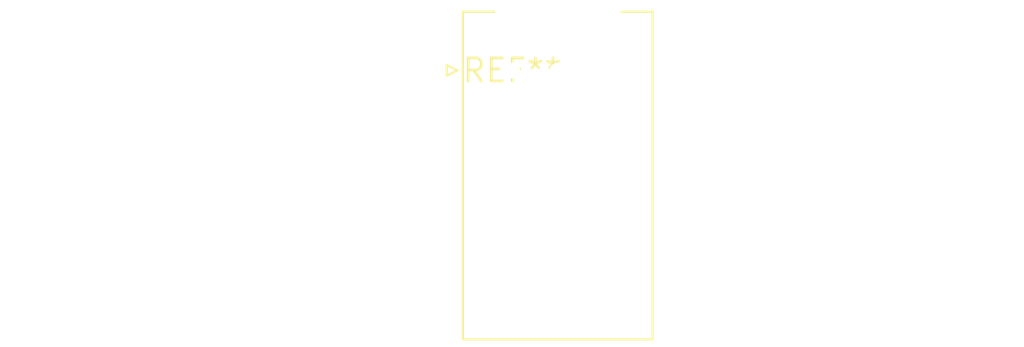
<source format=kicad_pcb>
(kicad_pcb (version 20240108) (generator pcbnew)
  (layers (0 "F.Cu" signal) (31 "B.Cu" signal) (34 "B.Paste" user) (35 "F.Paste" user) (36 "B.SilkS" user "B.Silkscreen") (37 "F.SilkS" user "F.Silkscreen") (38 "B.Mask" user) (39 "F.Mask" user) (44 "Edge.Cuts" user))
  (net 0 "")
  (footprint "JST_J2100_S06B-J21DK-GGXR_2x03_P2.50mm_Horizontal" (layer "F.Cu") (at 0 0)
    (property "Reference" "REF**")
    (property "Value" "JST_J2100_S06B-J21DK-GGXR_2x03_P2.50mm_Horizontal")
    (fp_line (start -3.6 -0.3) (end -3 0) (layer "F.SilkS") (stroke (width 0.12)))
    (fp_line (start -3.6 0.3) (end -3.6 -0.3) (layer "F.SilkS") (stroke (width 0.12)))
    (fp_line (start -3 0) (end -3.6 0.3) (layer "F.SilkS") (stroke (width 0.12)))
    (fp_line (start -2.71 -3.23) (end -2.71 14.79) (layer "F.SilkS") (stroke (width 0.12)))
    (fp_line (start -2.71 14.79) (end 2.5 14.79) (layer "F.SilkS") (stroke (width 0.12)))
    (fp_line (start -1 -3.23) (end -2.71 -3.23) (layer "F.SilkS") (stroke (width 0.12)))
    (fp_line (start 6 -3.23) (end 7.71 -3.23) (layer "F.SilkS") (stroke (width 0.12)))
    (fp_line (start 7.71 -3.23) (end 7.71 14.79) (layer "F.SilkS") (stroke (width 0.12)))
    (fp_line (start 7.71 14.79) (end 2.5 14.79) (layer "F.SilkS") (stroke (width 0.12)))
    (pad "" thru_hole circle (at 2.5 7) (size 3.4 3.4) (drill 2) (layers *.Cu *.Mask) (remove_unused_layers))
    (pad "1" thru_hole roundrect (at 0 0) (size 1.7 1.7) (drill 0.86) (layers *.Cu *.Mask) (remove_unused_layers) (roundrect_rratio 0.147059))
    (pad "2" thru_hole circle (at 2.5 0) (size 1.7 1.7) (drill 0.86) (layers *.Cu *.Mask) (remove_unused_layers))
    (pad "3" thru_hole circle (at 5 0) (size 1.7 1.7) (drill 0.86) (layers *.Cu *.Mask) (remove_unused_layers))
    (pad "4" thru_hole circle (at 0 -2.5) (size 1.7 1.7) (drill 0.86) (layers *.Cu *.Mask) (remove_unused_layers))
    (pad "5" thru_hole circle (at 2.5 -2.5) (size 1.7 1.7) (drill 0.86) (layers *.Cu *.Mask) (remove_unused_layers))
    (pad "6" thru_hole circle (at 5 -2.5) (size 1.7 1.7) (drill 0.86) (layers *.Cu *.Mask) (remove_unused_layers))
  )
)
</source>
